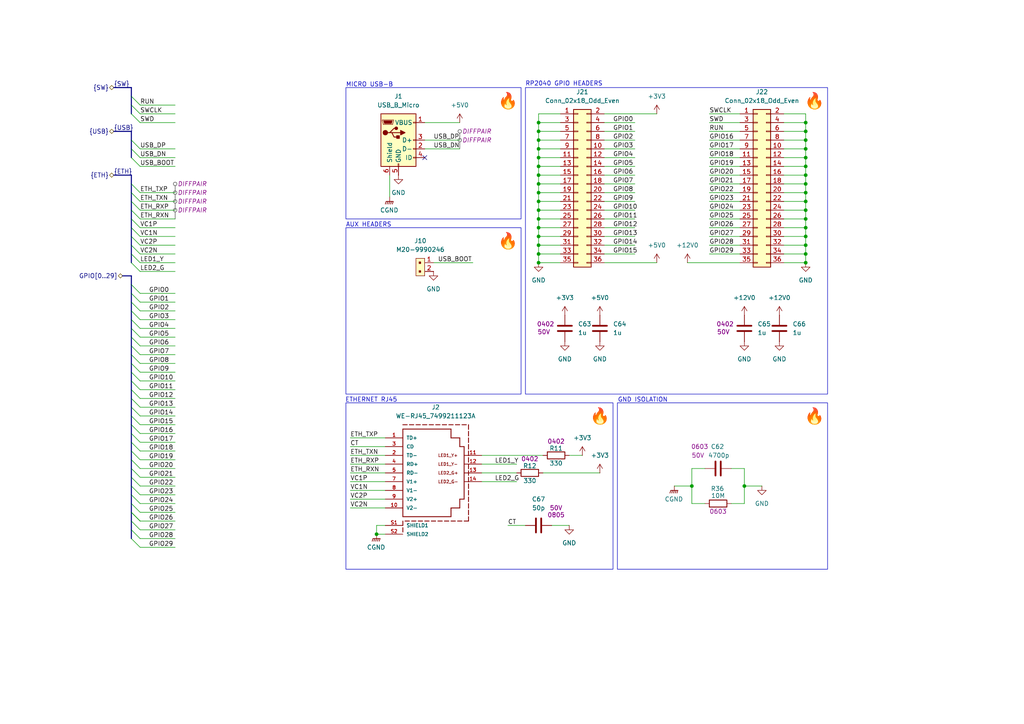
<source format=kicad_sch>
(kicad_sch (version 20231120) (generator "eeschema") (generator_version "8.0")
  (paper "A4")
  (lib_symbols
    (symbol "952-2262-nd:952-2262-ND" (pin_names (offset 1.016))
      (property "Reference" "U" (at -2.54 1.27 0))
      (property "Value" "952-2262-ND" (at 1.27 -3.81 0))
      (symbol "952-2262-ND_1_1"
        (rectangle (start -1.27 0) (end 3.81 -2.54) (fill (type background)))
        (rectangle (start -0.254 -1.143) (end 0.254 -1.651) (fill (type outline)))
        (rectangle (start 2.286 -1.143) (end 2.794 -1.651) (fill (type outline)))
        (pin passive line (at 0 2.54 270) (length 2.54) (name "~") (number "1"))
        (pin passive line (at 2.54 2.54 270) (length 2.54) (name "~") (number "2"))
      )
    )
    (symbol "Connector:USB_B_Micro" (pin_names (offset 1.016))
      (property "Reference" "J" (at -5.08 11.43 0))
      (property "Value" "USB_B_Micro" (at -5.08 8.89 0))
      (symbol "USB_B_Micro_0_1"
        (rectangle (start -5.08 -7.62) (end 5.08 7.62) (stroke (width 0.254)) (fill (type background)))
        (circle (center -3.81 2.159) (radius 0.635) (stroke (width 0.254)) (fill (type outline)))
        (circle (center -0.635 3.429) (radius 0.381) (stroke (width 0.254)) (fill (type outline)))
        (rectangle (start -0.127 -7.62) (end 0.127 -6.858))
        (polyline (pts (xy -1.905 2.159) (xy 0.635 2.159)) (stroke (width 0.254)))
        (polyline (pts (xy -3.175 2.159) (xy -2.54 2.159) (xy -1.27 3.429) (xy -0.635 3.429)) (stroke (width 0.254)))
        (polyline (pts (xy -2.54 2.159) (xy -1.905 2.159) (xy -1.27 0.889) (xy 0 0.889)) (stroke (width 0.254)))
        (polyline (pts (xy 0.635 2.794) (xy 0.635 1.524) (xy 1.905 2.159) (xy 0.635 2.794)) (stroke (width 0.254)) (fill (type outline)))
        (polyline (pts (xy -4.318 5.588) (xy -1.778 5.588) (xy -2.032 4.826) (xy -4.064 4.826) (xy -4.318 5.588)) (fill (type outline)))
        (polyline (pts (xy -4.699 5.842) (xy -4.699 5.588) (xy -4.445 4.826) (xy -4.445 4.572) (xy -1.651 4.572) (xy -1.651 4.826) (xy -1.397 5.588) (xy -1.397 5.842) (xy -4.699 5.842)))
        (rectangle (start 0.254 1.27) (end -0.508 0.508) (stroke (width 0.254)) (fill (type outline)))
        (rectangle (start 5.08 -5.207) (end 4.318 -4.953))
        (rectangle (start 5.08 -2.667) (end 4.318 -2.413))
        (rectangle (start 5.08 -0.127) (end 4.318 0.127))
        (rectangle (start 5.08 4.953) (end 4.318 5.207))
      )
      (symbol "USB_B_Micro_1_1"
        (pin power_out line (at 7.62 5.08 180) (length 2.54) (name "VBUS") (number "1"))
        (pin bidirectional line (at 7.62 -2.54 180) (length 2.54) (name "D-") (number "2"))
        (pin bidirectional line (at 7.62 0 180) (length 2.54) (name "D+") (number "3"))
        (pin passive line (at 7.62 -5.08 180) (length 2.54) (name "ID") (number "4"))
        (pin power_out line (at 0 -10.16 90) (length 2.54) (name "GND") (number "5"))
        (pin passive line (at -2.54 -10.16 90) (length 2.54) (name "Shield") (number "6"))
      )
    )
    (symbol "Connector_Generic:Conn_02x18_Odd_Even" (pin_names (offset 1.016) hide)
      (property "Reference" "J" (at 1.27 22.86 0))
      (property "Value" "Conn_02x18_Odd_Even" (at 1.27 -25.4 0))
      (symbol "Conn_02x18_Odd_Even_1_1"
        (rectangle (start -1.27 -22.733) (end 0 -22.987) (stroke (width 0.1524)))
        (rectangle (start -1.27 -20.193) (end 0 -20.447) (stroke (width 0.1524)))
        (rectangle (start -1.27 -17.653) (end 0 -17.907) (stroke (width 0.1524)))
        (rectangle (start -1.27 -15.113) (end 0 -15.367) (stroke (width 0.1524)))
        (rectangle (start -1.27 -12.573) (end 0 -12.827) (stroke (width 0.1524)))
        (rectangle (start -1.27 -10.033) (end 0 -10.287) (stroke (width 0.1524)))
        (rectangle (start -1.27 -7.493) (end 0 -7.747) (stroke (width 0.1524)))
        (rectangle (start -1.27 -4.953) (end 0 -5.207) (stroke (width 0.1524)))
        (rectangle (start -1.27 -2.413) (end 0 -2.667) (stroke (width 0.1524)))
        (rectangle (start -1.27 0.127) (end 0 -0.127) (stroke (width 0.1524)))
        (rectangle (start -1.27 2.667) (end 0 2.413) (stroke (width 0.1524)))
        (rectangle (start -1.27 5.207) (end 0 4.953) (stroke (width 0.1524)))
        (rectangle (start -1.27 7.747) (end 0 7.493) (stroke (width 0.1524)))
        (rectangle (start -1.27 10.287) (end 0 10.033) (stroke (width 0.1524)))
        (rectangle (start -1.27 12.827) (end 0 12.573) (stroke (width 0.1524)))
        (rectangle (start -1.27 15.367) (end 0 15.113) (stroke (width 0.1524)))
        (rectangle (start -1.27 17.907) (end 0 17.653) (stroke (width 0.1524)))
        (rectangle (start -1.27 20.447) (end 0 20.193) (stroke (width 0.1524)))
        (rectangle (start -1.27 21.59) (end 3.81 -24.13) (stroke (width 0.254)) (fill (type background)))
        (rectangle (start 3.81 -22.733) (end 2.54 -22.987) (stroke (width 0.1524)))
        (rectangle (start 3.81 -20.193) (end 2.54 -20.447) (stroke (width 0.1524)))
        (rectangle (start 3.81 -17.653) (end 2.54 -17.907) (stroke (width 0.1524)))
        (rectangle (start 3.81 -15.113) (end 2.54 -15.367) (stroke (width 0.1524)))
        (rectangle (start 3.81 -12.573) (end 2.54 -12.827) (stroke (width 0.1524)))
        (rectangle (start 3.81 -10.033) (end 2.54 -10.287) (stroke (width 0.1524)))
        (rectangle (start 3.81 -7.493) (end 2.54 -7.747) (stroke (width 0.1524)))
        (rectangle (start 3.81 -4.953) (end 2.54 -5.207) (stroke (width 0.1524)))
        (rectangle (start 3.81 -2.413) (end 2.54 -2.667) (stroke (width 0.1524)))
        (rectangle (start 3.81 0.127) (end 2.54 -0.127) (stroke (width 0.1524)))
        (rectangle (start 3.81 2.667) (end 2.54 2.413) (stroke (width 0.1524)))
        (rectangle (start 3.81 5.207) (end 2.54 4.953) (stroke (width 0.1524)))
        (rectangle (start 3.81 7.747) (end 2.54 7.493) (stroke (width 0.1524)))
        (rectangle (start 3.81 10.287) (end 2.54 10.033) (stroke (width 0.1524)))
        (rectangle (start 3.81 12.827) (end 2.54 12.573) (stroke (width 0.1524)))
        (rectangle (start 3.81 15.367) (end 2.54 15.113) (stroke (width 0.1524)))
        (rectangle (start 3.81 17.907) (end 2.54 17.653) (stroke (width 0.1524)))
        (rectangle (start 3.81 20.447) (end 2.54 20.193) (stroke (width 0.1524)))
        (pin passive line (at -5.08 20.32 0) (length 3.81) (name "Pin_1") (number "1"))
        (pin passive line (at 7.62 10.16 180) (length 3.81) (name "Pin_10") (number "10"))
        (pin passive line (at -5.08 7.62 0) (length 3.81) (name "Pin_11") (number "11"))
        (pin passive line (at 7.62 7.62 180) (length 3.81) (name "Pin_12") (number "12"))
        (pin passive line (at -5.08 5.08 0) (length 3.81) (name "Pin_13") (number "13"))
        (pin passive line (at 7.62 5.08 180) (length 3.81) (name "Pin_14") (number "14"))
        (pin passive line (at -5.08 2.54 0) (length 3.81) (name "Pin_15") (number "15"))
        (pin passive line (at 7.62 2.54 180) (length 3.81) (name "Pin_16") (number "16"))
        (pin passive line (at -5.08 0 0) (length 3.81) (name "Pin_17") (number "17"))
        (pin passive line (at 7.62 0 180) (length 3.81) (name "Pin_18") (number "18"))
        (pin passive line (at -5.08 -2.54 0) (length 3.81) (name "Pin_19") (number "19"))
        (pin passive line (at 7.62 20.32 180) (length 3.81) (name "Pin_2") (number "2"))
        (pin passive line (at 7.62 -2.54 180) (length 3.81) (name "Pin_20") (number "20"))
        (pin passive line (at -5.08 -5.08 0) (length 3.81) (name "Pin_21") (number "21"))
        (pin passive line (at 7.62 -5.08 180) (length 3.81) (name "Pin_22") (number "22"))
        (pin passive line (at -5.08 -7.62 0) (length 3.81) (name "Pin_23") (number "23"))
        (pin passive line (at 7.62 -7.62 180) (length 3.81) (name "Pin_24") (number "24"))
        (pin passive line (at -5.08 -10.16 0) (length 3.81) (name "Pin_25") (number "25"))
        (pin passive line (at 7.62 -10.16 180) (length 3.81) (name "Pin_26") (number "26"))
        (pin passive line (at -5.08 -12.7 0) (length 3.81) (name "Pin_27") (number "27"))
        (pin passive line (at 7.62 -12.7 180) (length 3.81) (name "Pin_28") (number "28"))
        (pin passive line (at -5.08 -15.24 0) (length 3.81) (name "Pin_29") (number "29"))
        (pin passive line (at -5.08 17.78 0) (length 3.81) (name "Pin_3") (number "3"))
        (pin passive line (at 7.62 -15.24 180) (length 3.81) (name "Pin_30") (number "30"))
        (pin passive line (at -5.08 -17.78 0) (length 3.81) (name "Pin_31") (number "31"))
        (pin passive line (at 7.62 -17.78 180) (length 3.81) (name "Pin_32") (number "32"))
        (pin passive line (at -5.08 -20.32 0) (length 3.81) (name "Pin_33") (number "33"))
        (pin passive line (at 7.62 -20.32 180) (length 3.81) (name "Pin_34") (number "34"))
        (pin passive line (at -5.08 -22.86 0) (length 3.81) (name "Pin_35") (number "35"))
        (pin passive line (at 7.62 -22.86 180) (length 3.81) (name "Pin_36") (number "36"))
        (pin passive line (at 7.62 17.78 180) (length 3.81) (name "Pin_4") (number "4"))
        (pin passive line (at -5.08 15.24 0) (length 3.81) (name "Pin_5") (number "5"))
        (pin passive line (at 7.62 15.24 180) (length 3.81) (name "Pin_6") (number "6"))
        (pin passive line (at -5.08 12.7 0) (length 3.81) (name "Pin_7") (number "7"))
        (pin passive line (at 7.62 12.7 180) (length 3.81) (name "Pin_8") (number "8"))
        (pin passive line (at -5.08 10.16 0) (length 3.81) (name "Pin_9") (number "9"))
      )
    )
    (symbol "Device:C" (pin_numbers hide) (pin_names (offset 0.254))
      (property "Reference" "C" (at 0.635 2.54 0))
      (property "Value" "C" (at 0.635 -2.54 0))
      (symbol "C_0_1"
        (polyline (pts (xy -2.032 -0.762) (xy 2.032 -0.762)) (stroke (width 0.508)))
        (polyline (pts (xy -2.032 0.762) (xy 2.032 0.762)) (stroke (width 0.508)))
      )
      (symbol "C_1_1"
        (pin passive line (at 0 3.81 270) (length 2.794) (name "~") (number "1"))
        (pin passive line (at 0 -3.81 90) (length 2.794) (name "~") (number "2"))
      )
    )
    (symbol "Device:R" (pin_numbers hide) (pin_names (offset 0))
      (property "Reference" "R" (at 2.032 0 90))
      (property "Value" "R" (at 0 0 90))
      (symbol "R_0_1"
        (rectangle (start -1.016 -2.54) (end 1.016 2.54) (stroke (width 0.254)))
      )
      (symbol "R_1_1"
        (pin passive line (at 0 3.81 270) (length 1.27) (name "~") (number "1"))
        (pin passive line (at 0 -3.81 90) (length 1.27) (name "~") (number "2"))
      )
    )
    (symbol "WE-RJ45_7499211123A:WE-RJ45_7499211123A" (pin_names (offset 1.016))
      (property "Reference" "T" (at 0 15.24 0))
      (symbol "WE-RJ45_7499211123A_0_0"
        (polyline (pts (xy -7.62 -17.78) (xy -7.62 -17.78)) (stroke (width 0.254)))
        (polyline (pts (xy -7.62 -15.875) (xy -7.62 -17.145)) (stroke (width 0.254)))
        (polyline (pts (xy -7.62 -13.97) (xy -7.62 -15.24)) (stroke (width 0.254)))
        (polyline (pts (xy -7.62 -13.97) (xy -7.62 -13.97)) (stroke (width 0.254)))
        (polyline (pts (xy -7.62 -12.7) (xy -7.62 12.7)) (stroke (width 0.254)))
        (polyline (pts (xy -7.62 12.7) (xy 6.35 12.7)) (stroke (width 0.254)))
        (polyline (pts (xy -7.62 13.97) (xy -6.35 13.97)) (stroke (width 0.254)))
        (polyline (pts (xy -5.715 -13.97) (xy -6.985 -13.97)) (stroke (width 0.254)))
        (polyline (pts (xy -5.715 13.97) (xy -4.445 13.97)) (stroke (width 0.254)))
        (polyline (pts (xy -3.81 -13.97) (xy -5.08 -13.97)) (stroke (width 0.254)))
        (polyline (pts (xy -3.81 13.97) (xy -2.54 13.97)) (stroke (width 0.254)))
        (polyline (pts (xy -1.905 -13.97) (xy -3.175 -13.97)) (stroke (width 0.254)))
        (polyline (pts (xy -1.905 13.97) (xy -0.635 13.97)) (stroke (width 0.254)))
        (polyline (pts (xy 0 -13.97) (xy -1.27 -13.97)) (stroke (width 0.254)))
        (polyline (pts (xy 0 13.97) (xy 1.27 13.97)) (stroke (width 0.254)))
        (polyline (pts (xy 1.905 -13.97) (xy 0.635 -13.97)) (stroke (width 0.254)))
        (polyline (pts (xy 1.905 13.97) (xy 3.175 13.97)) (stroke (width 0.254)))
        (polyline (pts (xy 3.81 -13.97) (xy 2.54 -13.97)) (stroke (width 0.254)))
        (polyline (pts (xy 3.81 13.97) (xy 5.08 13.97)) (stroke (width 0.254)))
        (polyline (pts (xy 5.715 -13.97) (xy 4.445 -13.97)) (stroke (width 0.254)))
        (polyline (pts (xy 5.715 13.97) (xy 6.985 13.97)) (stroke (width 0.254)))
        (polyline (pts (xy 6.35 -12.7) (xy -7.62 -12.7)) (stroke (width 0.254)))
        (polyline (pts (xy 6.35 -12.7) (xy 6.35 -10.16)) (stroke (width 0.254)))
        (polyline (pts (xy 6.35 -10.16) (xy 8.89 -10.16)) (stroke (width 0.254)))
        (polyline (pts (xy 6.35 10.16) (xy 8.89 10.16)) (stroke (width 0.254)))
        (polyline (pts (xy 6.35 12.7) (xy 6.35 10.16)) (stroke (width 0.254)))
        (polyline (pts (xy 7.62 -13.97) (xy 6.35 -13.97)) (stroke (width 0.254)))
        (polyline (pts (xy 7.62 13.97) (xy 8.89 13.97)) (stroke (width 0.254)))
        (polyline (pts (xy 8.89 -10.16) (xy 8.89 -7.62)) (stroke (width 0.254)))
        (polyline (pts (xy 8.89 -7.62) (xy 10.16 -7.62)) (stroke (width 0.254)))
        (polyline (pts (xy 8.89 7.62) (xy 10.16 7.62)) (stroke (width 0.254)))
        (polyline (pts (xy 8.89 10.16) (xy 8.89 7.62)) (stroke (width 0.254)))
        (polyline (pts (xy 9.525 -13.97) (xy 8.255 -13.97)) (stroke (width 0.254)))
        (polyline (pts (xy 9.525 13.97) (xy 10.795 13.97)) (stroke (width 0.254)))
        (polyline (pts (xy 10.16 7.62) (xy 10.16 -7.62)) (stroke (width 0.254)))
        (polyline (pts (xy 11.43 -13.97) (xy 10.16 -13.97)) (stroke (width 0.254)))
        (polyline (pts (xy 11.43 -12.7) (xy 11.43 -13.97)) (stroke (width 0.254)))
        (polyline (pts (xy 11.43 -10.795) (xy 11.43 -12.1557)) (stroke (width 0.254)))
        (polyline (pts (xy 11.43 -8.89) (xy 11.43 -10.2507)) (stroke (width 0.254)))
        (polyline (pts (xy 11.43 -6.985) (xy 11.43 -8.3457)) (stroke (width 0.254)))
        (polyline (pts (xy 11.43 -5.08) (xy 11.43 -6.4407)) (stroke (width 0.254)))
        (polyline (pts (xy 11.43 -3.175) (xy 11.43 -4.5357)) (stroke (width 0.254)))
        (polyline (pts (xy 11.43 -1.27) (xy 11.43 -2.6307)) (stroke (width 0.254)))
        (polyline (pts (xy 11.43 0.635) (xy 11.43 -0.7257)) (stroke (width 0.254)))
        (polyline (pts (xy 11.43 2.54) (xy 11.43 1.1793)) (stroke (width 0.254)))
        (polyline (pts (xy 11.43 4.445) (xy 11.43 3.0843)) (stroke (width 0.254)))
        (polyline (pts (xy 11.43 6.35) (xy 11.43 4.9893)) (stroke (width 0.254)))
        (polyline (pts (xy 11.43 8.255) (xy 11.43 6.8943)) (stroke (width 0.254)))
        (polyline (pts (xy 11.43 10.16) (xy 11.43 8.7993)) (stroke (width 0.254)))
        (polyline (pts (xy 11.43 12.065) (xy 11.43 10.7043)) (stroke (width 0.254)))
        (polyline (pts (xy 11.43 13.97) (xy 11.43 12.6093)) (stroke (width 0.254)))
        (polyline (pts (xy 11.43 13.97) (xy 11.43 13.97)) (stroke (width 0.254)))
        (text "LED1_Y+" (at 2.54 5.08 0) (effects (font (size 0.8636 0.8636)) (justify left)))
        (text "LED1_Y-" (at 2.54 2.54 0) (effects (font (size 0.8636 0.8636)) (justify left)))
        (text "LED2_G+" (at 2.54 0 0) (effects (font (size 0.8636 0.8636)) (justify left)))
        (text "LED2_G-" (at 2.54 -2.54 0) (effects (font (size 0.8636 0.8636)) (justify left)))
        (pin passive line (at -12.7 10.16 0) (length 5.08) (name "TD+") (number "1"))
        (pin passive line (at -12.7 -10.16 0) (length 5.08) (name "V2-") (number "10"))
        (pin passive line (at 15.24 5.08 180) (length 5.08) (name "~") (number "11"))
        (pin passive line (at 15.24 2.54 180) (length 5.08) (name "~") (number "12"))
        (pin passive line (at 15.24 0 180) (length 5.08) (name "~") (number "13"))
        (pin passive line (at 15.24 -2.54 180) (length 5.08) (name "~") (number "14"))
        (pin passive line (at -12.7 5.08 0) (length 5.08) (name "TD-") (number "2"))
        (pin passive line (at -12.7 7.62 0) (length 5.08) (name "CD") (number "3"))
        (pin passive line (at -12.7 2.54 0) (length 5.08) (name "RD+") (number "4"))
        (pin passive line (at -12.7 0 0) (length 5.08) (name "RD-") (number "5"))
        (pin passive line (at -12.7 -2.54 0) (length 5.08) (name "V1+") (number "7"))
        (pin passive line (at -12.7 -5.08 0) (length 5.08) (name "V1-") (number "8"))
        (pin passive line (at -12.7 -7.62 0) (length 5.08) (name "V2+") (number "9"))
        (pin passive line (at -12.7 -15.24 0) (length 5.08) (name "SHIELD1") (number "S1"))
        (pin passive line (at -12.7 -17.78 0) (length 5.08) (name "SHIELD2") (number "S2"))
      )
    )
    (symbol "power:+12V" (power) (pin_numbers hide) (pin_names (offset 0) hide)
      (property "Value" "+12V" (at 0 3.556 0))
      (symbol "+12V_0_1"
        (polyline (pts (xy -0.762 1.27) (xy 0 2.54)))
        (polyline (pts (xy 0 0) (xy 0 2.54)))
        (polyline (pts (xy 0 2.54) (xy 0.762 1.27)))
      )
      (symbol "+12V_1_1"
        (pin power_in line (at 0 0 90) (length 0) (name "~") (number "1"))
      )
    )
    (symbol "power:+3.3V" (power) (pin_numbers hide) (pin_names (offset 0) hide)
      (property "Value" "+3.3V" (at 0 3.556 0))
      (symbol "+3.3V_0_1"
        (polyline (pts (xy -0.762 1.27) (xy 0 2.54)))
        (polyline (pts (xy 0 0) (xy 0 2.54)))
        (polyline (pts (xy 0 2.54) (xy 0.762 1.27)))
      )
      (symbol "+3.3V_1_1"
        (pin power_in line (at 0 0 90) (length 0) (name "~") (number "1"))
      )
    )
    (symbol "power:+5V" (power) (pin_numbers hide) (pin_names (offset 0) hide)
      (property "Value" "+5V" (at 0 3.556 0))
      (symbol "+5V_0_1"
        (polyline (pts (xy -0.762 1.27) (xy 0 2.54)))
        (polyline (pts (xy 0 0) (xy 0 2.54)))
        (polyline (pts (xy 0 2.54) (xy 0.762 1.27)))
      )
      (symbol "+5V_1_1"
        (pin power_in line (at 0 0 90) (length 0) (name "~") (number "1"))
      )
    )
    (symbol "power:GND" (power) (pin_numbers hide) (pin_names (offset 0) hide)
      (property "Value" "GND" (at 0 -3.81 0))
      (symbol "GND_0_1"
        (polyline (pts (xy 0 0) (xy 0 -1.27) (xy 1.27 -1.27) (xy 0 -2.54) (xy -1.27 -1.27) (xy 0 -1.27)))
      )
      (symbol "GND_1_1"
        (pin power_in line (at 0 0 270) (length 0) (name "~") (number "1"))
      )
    )
    (symbol "power:GNDPWR" (power) (pin_numbers hide) (pin_names (offset 0) hide)
      (property "Value" "GNDPWR" (at 0 -3.302 0))
      (symbol "GNDPWR_0_1"
        (polyline (pts (xy 0 -1.27) (xy 0 0)))
        (polyline (pts (xy -1.016 -1.27) (xy -1.27 -2.032) (xy -1.27 -2.032)) (stroke (width 0.2032)))
        (polyline (pts (xy -0.508 -1.27) (xy -0.762 -2.032) (xy -0.762 -2.032)) (stroke (width 0.2032)))
        (polyline (pts (xy 0 -1.27) (xy -0.254 -2.032) (xy -0.254 -2.032)) (stroke (width 0.2032)))
        (polyline (pts (xy 0.508 -1.27) (xy 0.254 -2.032) (xy 0.254 -2.032)) (stroke (width 0.2032)))
        (polyline (pts (xy 1.016 -1.27) (xy -1.016 -1.27) (xy -1.016 -1.27)) (stroke (width 0.2032)))
        (polyline (pts (xy 1.016 -1.27) (xy 0.762 -2.032) (xy 0.762 -2.032) (xy 0.762 -2.032)) (stroke (width 0.2032)))
      )
      (symbol "GNDPWR_1_1"
        (pin power_in line (at 0 0 270) (length 0) (name "~") (number "1"))
      )
    )
  )
  (junction (at 215.9 140.97))
  (junction (at 233.68 58.42))
  (junction (at 156.21 48.26))
  (junction (at 200.66 140.97))
  (junction (at 109.22 154.94))
  (junction (at 233.68 38.1))
  (junction (at 233.68 53.34))
  (junction (at 233.68 73.66))
  (junction (at 156.21 68.58))
  (junction (at 156.21 58.42))
  (junction (at 233.68 60.96))
  (junction (at 156.21 35.56))
  (junction (at 156.21 40.64))
  (junction (at 233.68 43.18))
  (junction (at 156.21 73.66))
  (junction (at 233.68 76.2))
  (junction (at 156.21 45.72))
  (junction (at 233.68 66.04))
  (junction (at 233.68 63.5))
  (junction (at 156.21 63.5))
  (junction (at 233.68 45.72))
  (junction (at 156.21 71.12))
  (junction (at 156.21 43.18))
  (junction (at 233.68 68.58))
  (junction (at 156.21 50.8))
  (junction (at 233.68 55.88))
  (junction (at 233.68 35.56))
  (junction (at 156.21 55.88))
  (junction (at 233.68 40.64))
  (junction (at 156.21 60.96))
  (junction (at 233.68 50.8))
  (junction (at 156.21 38.1))
  (junction (at 233.68 48.26))
  (junction (at 156.21 76.2))
  (junction (at 156.21 53.34))
  (junction (at 156.21 66.04))
  (junction (at 233.68 71.12))
  (no_connect (at 123.19 45.72))
  (bus_entry (at 38.1 113.03) (size 2.54 2.54))
  (bus_entry (at 38.1 110.49) (size 2.54 2.54))
  (bus_entry (at 38.1 100.33) (size 2.54 2.54))
  (bus_entry (at 38.1 73.66) (size 2.54 2.54))
  (bus_entry (at 38.1 90.17) (size 2.54 2.54))
  (bus_entry (at 38.1 148.59) (size 2.54 2.54))
  (bus_entry (at 38.1 76.2) (size 2.54 2.54))
  (bus_entry (at 38.1 151.13) (size 2.54 2.54))
  (bus_entry (at 38.1 146.05) (size 2.54 2.54))
  (bus_entry (at 38.1 148.59) (size 2.54 2.54))
  (bus_entry (at 38.1 107.95) (size 2.54 2.54))
  (bus_entry (at 38.1 92.71) (size 2.54 2.54))
  (bus_entry (at 38.1 27.94) (size 2.54 2.54))
  (bus_entry (at 38.1 58.42) (size 2.54 2.54))
  (bus_entry (at 38.1 115.57) (size 2.54 2.54))
  (bus_entry (at 38.1 97.79) (size 2.54 2.54))
  (bus_entry (at 38.1 68.58) (size 2.54 2.54))
  (bus_entry (at 38.1 53.34) (size 2.54 2.54))
  (bus_entry (at 38.1 40.64) (size 2.54 2.54))
  (bus_entry (at 38.1 130.81) (size 2.54 2.54))
  (bus_entry (at 38.1 102.87) (size 2.54 2.54))
  (bus_entry (at 38.1 71.12) (size 2.54 2.54))
  (bus_entry (at 38.1 55.88) (size 2.54 2.54))
  (bus_entry (at 38.1 123.19) (size 2.54 2.54))
  (bus_entry (at 38.1 128.27) (size 2.54 2.54))
  (bus_entry (at 38.1 120.65) (size 2.54 2.54))
  (bus_entry (at 38.1 138.43) (size 2.54 2.54))
  (bus_entry (at 38.1 133.35) (size 2.54 2.54))
  (bus_entry (at 38.1 95.25) (size 2.54 2.54))
  (bus_entry (at 38.1 45.72) (size 2.54 2.54))
  (bus_entry (at 38.1 60.96) (size 2.54 2.54))
  (bus_entry (at 38.1 66.04) (size 2.54 2.54))
  (bus_entry (at 38.1 140.97) (size 2.54 2.54))
  (bus_entry (at 38.1 118.11) (size 2.54 2.54))
  (bus_entry (at 38.1 33.02) (size 2.54 2.54))
  (bus_entry (at 38.1 125.73) (size 2.54 2.54))
  (bus_entry (at 38.1 30.48) (size 2.54 2.54))
  (bus_entry (at 38.1 156.21) (size 2.54 2.54))
  (bus_entry (at 38.1 87.63) (size 2.54 2.54))
  (bus_entry (at 38.1 143.51) (size 2.54 2.54))
  (bus_entry (at 38.1 63.5) (size 2.54 2.54))
  (bus_entry (at 38.1 135.89) (size 2.54 2.54))
  (bus_entry (at 38.1 153.67) (size 2.54 2.54))
  (bus_entry (at 38.1 43.18) (size 2.54 2.54))
  (bus_entry (at 38.1 85.09) (size 2.54 2.54))
  (bus_entry (at 38.1 82.55) (size 2.54 2.54))
  (bus_entry (at 38.1 105.41) (size 2.54 2.54))
  (wire (pts (xy 101.6 137.16) (xy 111.76 137.16)))
  (wire (pts (xy 101.6 132.08) (xy 111.76 132.08)))
  (wire (pts (xy 233.68 58.42) (xy 233.68 55.88)))
  (wire (pts (xy 40.64 95.25) (xy 50.8 95.25)))
  (bus (pts (xy 38.1 146.05) (xy 38.1 148.59)))
  (wire (pts (xy 40.64 100.33) (xy 50.8 100.33)))
  (wire (pts (xy 123.19 43.18) (xy 133.35 43.18)))
  (wire (pts (xy 162.56 43.18) (xy 156.21 43.18)))
  (wire (pts (xy 175.26 55.88) (xy 184.15 55.88)))
  (wire (pts (xy 156.21 33.02) (xy 162.56 33.02)))
  (wire (pts (xy 200.66 135.89) (xy 200.66 140.97)))
  (wire (pts (xy 233.68 71.12) (xy 233.68 68.58)))
  (wire (pts (xy 40.64 135.89) (xy 50.8 135.89)))
  (wire (pts (xy 214.63 45.72) (xy 205.74 45.72)))
  (wire (pts (xy 40.64 73.66) (xy 50.8 73.66)))
  (wire (pts (xy 200.66 140.97) (xy 200.66 146.05)))
  (wire (pts (xy 175.26 50.8) (xy 184.15 50.8)))
  (wire (pts (xy 162.56 76.2) (xy 156.21 76.2)))
  (bus (pts (xy 38.1 95.25) (xy 38.1 97.79)))
  (bus (pts (xy 38.1 130.81) (xy 38.1 133.35)))
  (wire (pts (xy 175.26 38.1) (xy 184.15 38.1)))
  (wire (pts (xy 233.68 43.18) (xy 233.68 40.64)))
  (wire (pts (xy 204.47 135.89) (xy 200.66 135.89)))
  (wire (pts (xy 139.7 134.62) (xy 149.86 134.62)))
  (wire (pts (xy 40.64 140.97) (xy 50.8 140.97)))
  (wire (pts (xy 156.21 45.72) (xy 156.21 43.18)))
  (bus (pts (xy 38.1 92.71) (xy 38.1 95.25)))
  (wire (pts (xy 40.64 35.56) (xy 50.8 35.56)))
  (bus (pts (xy 38.1 110.49) (xy 38.1 113.03)))
  (wire (pts (xy 111.76 152.4) (xy 109.22 152.4)))
  (wire (pts (xy 233.68 73.66) (xy 233.68 71.12)))
  (wire (pts (xy 40.64 58.42) (xy 50.8 58.42)))
  (wire (pts (xy 215.9 135.89) (xy 212.09 135.89)))
  (bus (pts (xy 38.1 66.04) (xy 38.1 68.58)))
  (bus (pts (xy 38.1 148.59) (xy 38.1 151.13)))
  (wire (pts (xy 233.68 48.26) (xy 227.33 48.26)))
  (wire (pts (xy 233.68 55.88) (xy 233.68 53.34)))
  (wire (pts (xy 205.74 73.66) (xy 214.63 73.66)))
  (wire (pts (xy 214.63 48.26) (xy 205.74 48.26)))
  (wire (pts (xy 152.4 152.4) (xy 147.32 152.4)))
  (wire (pts (xy 162.56 73.66) (xy 156.21 73.66)))
  (wire (pts (xy 40.64 45.72) (xy 50.8 45.72)))
  (wire (pts (xy 40.64 76.2) (xy 50.8 76.2)))
  (wire (pts (xy 214.63 66.04) (xy 205.74 66.04)))
  (bus (pts (xy 38.1 153.67) (xy 38.1 156.21)))
  (wire (pts (xy 227.33 58.42) (xy 233.68 58.42)))
  (bus (pts (xy 38.1 25.4) (xy 38.1 27.94)))
  (wire (pts (xy 227.33 73.66) (xy 233.68 73.66)))
  (wire (pts (xy 214.63 63.5) (xy 205.74 63.5)))
  (wire (pts (xy 109.22 154.94) (xy 111.76 154.94)))
  (wire (pts (xy 214.63 40.64) (xy 205.74 40.64)))
  (bus (pts (xy 38.1 105.41) (xy 38.1 107.95)))
  (wire (pts (xy 40.64 55.88) (xy 50.8 55.88)))
  (bus (pts (xy 38.1 151.13) (xy 38.1 153.67)))
  (wire (pts (xy 227.33 43.18) (xy 233.68 43.18)))
  (wire (pts (xy 40.64 158.75) (xy 50.8 158.75)))
  (bus (pts (xy 38.1 128.27) (xy 38.1 130.81)))
  (wire (pts (xy 156.21 48.26) (xy 156.21 45.72)))
  (wire (pts (xy 101.6 129.54) (xy 111.76 129.54)))
  (wire (pts (xy 156.21 58.42) (xy 156.21 55.88)))
  (wire (pts (xy 156.21 63.5) (xy 156.21 60.96)))
  (wire (pts (xy 40.64 97.79) (xy 50.8 97.79)))
  (wire (pts (xy 233.68 35.56) (xy 233.68 33.02)))
  (wire (pts (xy 101.6 139.7) (xy 111.76 139.7)))
  (bus (pts (xy 33.02 50.8) (xy 38.1 50.8)))
  (wire (pts (xy 40.64 87.63) (xy 50.8 87.63)))
  (wire (pts (xy 233.68 40.64) (xy 233.68 38.1)))
  (wire (pts (xy 156.21 48.26) (xy 162.56 48.26)))
  (wire (pts (xy 40.64 125.73) (xy 50.8 125.73)))
  (wire (pts (xy 40.64 148.59) (xy 50.8 148.59)))
  (wire (pts (xy 40.64 105.41) (xy 50.8 105.41)))
  (bus (pts (xy 38.1 73.66) (xy 38.1 76.2)))
  (wire (pts (xy 139.7 132.08) (xy 157.48 132.08)))
  (bus (pts (xy 38.1 87.63) (xy 38.1 90.17)))
  (wire (pts (xy 40.64 85.09) (xy 50.8 85.09)))
  (wire (pts (xy 162.56 71.12) (xy 156.21 71.12)))
  (bus (pts (xy 38.1 82.55) (xy 38.1 85.09)))
  (bus (pts (xy 33.02 25.4) (xy 38.1 25.4)))
  (wire (pts (xy 233.68 38.1) (xy 233.68 35.56)))
  (wire (pts (xy 175.26 60.96) (xy 184.15 60.96)))
  (wire (pts (xy 160.02 152.4) (xy 165.1 152.4)))
  (wire (pts (xy 40.64 123.19) (xy 50.8 123.19)))
  (wire (pts (xy 162.56 58.42) (xy 156.21 58.42)))
  (bus (pts (xy 38.1 113.03) (xy 38.1 115.57)))
  (wire (pts (xy 40.64 151.13) (xy 50.8 151.13)))
  (bus (pts (xy 38.1 115.57) (xy 38.1 118.11)))
  (wire (pts (xy 227.33 40.64) (xy 233.68 40.64)))
  (bus (pts (xy 38.1 43.18) (xy 38.1 45.72)))
  (wire (pts (xy 214.63 60.96) (xy 205.74 60.96)))
  (wire (pts (xy 227.33 45.72) (xy 233.68 45.72)))
  (wire (pts (xy 162.56 40.64) (xy 156.21 40.64)))
  (wire (pts (xy 40.64 33.02) (xy 50.8 33.02)))
  (wire (pts (xy 156.21 60.96) (xy 156.21 58.42)))
  (wire (pts (xy 233.68 48.26) (xy 233.68 45.72)))
  (wire (pts (xy 233.68 33.02) (xy 227.33 33.02)))
  (wire (pts (xy 175.26 73.66) (xy 184.15 73.66)))
  (wire (pts (xy 40.64 118.11) (xy 50.8 118.11)))
  (wire (pts (xy 227.33 35.56) (xy 233.68 35.56)))
  (wire (pts (xy 214.63 33.02) (xy 205.74 33.02)))
  (wire (pts (xy 40.64 78.74) (xy 50.8 78.74)))
  (bus (pts (xy 38.1 143.51) (xy 38.1 146.05)))
  (wire (pts (xy 40.64 143.51) (xy 50.8 143.51)))
  (wire (pts (xy 199.39 76.2) (xy 214.63 76.2)))
  (wire (pts (xy 214.63 53.34) (xy 205.74 53.34)))
  (wire (pts (xy 156.21 63.5) (xy 162.56 63.5)))
  (wire (pts (xy 40.64 43.18) (xy 50.8 43.18)))
  (wire (pts (xy 214.63 38.1) (xy 205.74 38.1)))
  (wire (pts (xy 156.21 43.18) (xy 156.21 40.64)))
  (bus (pts (xy 38.1 27.94) (xy 38.1 30.48)))
  (wire (pts (xy 162.56 55.88) (xy 156.21 55.88)))
  (wire (pts (xy 109.22 152.4) (xy 109.22 154.94)))
  (bus (pts (xy 38.1 58.42) (xy 38.1 60.96)))
  (wire (pts (xy 175.26 58.42) (xy 184.15 58.42)))
  (wire (pts (xy 139.7 139.7) (xy 149.86 139.7)))
  (wire (pts (xy 101.6 127) (xy 111.76 127)))
  (wire (pts (xy 156.21 76.2) (xy 156.21 73.66)))
  (wire (pts (xy 212.09 146.05) (xy 215.9 146.05)))
  (wire (pts (xy 175.26 48.26) (xy 184.15 48.26)))
  (wire (pts (xy 214.63 58.42) (xy 205.74 58.42)))
  (bus (pts (xy 38.1 68.58) (xy 38.1 71.12)))
  (wire (pts (xy 101.6 134.62) (xy 111.76 134.62)))
  (wire (pts (xy 175.26 43.18) (xy 184.15 43.18)))
  (wire (pts (xy 175.26 35.56) (xy 184.15 35.56)))
  (wire (pts (xy 214.63 35.56) (xy 205.74 35.56)))
  (wire (pts (xy 205.74 68.58) (xy 214.63 68.58)))
  (wire (pts (xy 233.68 76.2) (xy 233.68 73.66)))
  (wire (pts (xy 156.21 40.64) (xy 156.21 38.1)))
  (wire (pts (xy 175.26 45.72) (xy 184.15 45.72)))
  (wire (pts (xy 233.68 45.72) (xy 233.68 43.18)))
  (wire (pts (xy 101.6 144.78) (xy 111.76 144.78)))
  (wire (pts (xy 214.63 43.18) (xy 205.74 43.18)))
  (wire (pts (xy 40.64 92.71) (xy 50.8 92.71)))
  (bus (pts (xy 38.1 53.34) (xy 38.1 55.88)))
  (wire (pts (xy 214.63 55.88) (xy 205.74 55.88)))
  (wire (pts (xy 156.21 73.66) (xy 156.21 71.12)))
  (wire (pts (xy 175.26 76.2) (xy 190.5 76.2)))
  (bus (pts (xy 38.1 120.65) (xy 38.1 123.19)))
  (wire (pts (xy 227.33 53.34) (xy 233.68 53.34)))
  (bus (pts (xy 38.1 71.12) (xy 38.1 73.66)))
  (wire (pts (xy 40.64 130.81) (xy 50.8 130.81)))
  (wire (pts (xy 40.64 30.48) (xy 50.8 30.48)))
  (wire (pts (xy 40.64 128.27) (xy 50.8 128.27)))
  (bus (pts (xy 38.1 118.11) (xy 38.1 120.65)))
  (wire (pts (xy 156.21 68.58) (xy 156.21 66.04)))
  (wire (pts (xy 157.48 137.16) (xy 173.99 137.16)))
  (bus (pts (xy 38.1 63.5) (xy 38.1 66.04)))
  (wire (pts (xy 215.9 146.05) (xy 215.9 140.97)))
  (wire (pts (xy 101.6 142.24) (xy 111.76 142.24)))
  (wire (pts (xy 101.6 147.32) (xy 111.76 147.32)))
  (wire (pts (xy 123.19 40.64) (xy 133.35 40.64)))
  (wire (pts (xy 162.56 38.1) (xy 156.21 38.1)))
  (wire (pts (xy 233.68 50.8) (xy 233.68 48.26)))
  (wire (pts (xy 227.33 71.12) (xy 233.68 71.12)))
  (wire (pts (xy 123.19 35.56) (xy 133.35 35.56)))
  (wire (pts (xy 40.64 63.5) (xy 50.8 63.5)))
  (wire (pts (xy 40.64 110.49) (xy 50.8 110.49)))
  (wire (pts (xy 165.1 132.08) (xy 168.91 132.08)))
  (wire (pts (xy 40.64 120.65) (xy 50.8 120.65)))
  (bus (pts (xy 38.1 140.97) (xy 38.1 143.51)))
  (wire (pts (xy 214.63 50.8) (xy 205.74 50.8)))
  (wire (pts (xy 175.26 71.12) (xy 184.15 71.12)))
  (wire (pts (xy 162.56 53.34) (xy 156.21 53.34)))
  (wire (pts (xy 227.33 55.88) (xy 233.68 55.88)))
  (wire (pts (xy 113.03 50.8) (xy 113.03 57.15)))
  (bus (pts (xy 38.1 38.1) (xy 38.1 40.64)))
  (wire (pts (xy 40.64 60.96) (xy 50.8 60.96)))
  (wire (pts (xy 156.21 53.34) (xy 156.21 50.8)))
  (wire (pts (xy 175.26 33.02) (xy 190.5 33.02)))
  (wire (pts (xy 162.56 66.04) (xy 156.21 66.04)))
  (bus (pts (xy 38.1 125.73) (xy 38.1 128.27)))
  (wire (pts (xy 40.64 153.67) (xy 50.8 153.67)))
  (wire (pts (xy 233.68 63.5) (xy 227.33 63.5)))
  (wire (pts (xy 162.56 35.56) (xy 156.21 35.56)))
  (wire (pts (xy 40.64 107.95) (xy 50.8 107.95)))
  (wire (pts (xy 233.68 53.34) (xy 233.68 50.8)))
  (bus (pts (xy 38.1 107.95) (xy 38.1 110.49)))
  (bus (pts (xy 38.1 123.19) (xy 38.1 125.73)))
  (wire (pts (xy 156.21 66.04) (xy 156.21 63.5)))
  (wire (pts (xy 162.56 68.58) (xy 156.21 68.58)))
  (wire (pts (xy 40.64 113.03) (xy 50.8 113.03)))
  (wire (pts (xy 175.26 66.04) (xy 184.15 66.04)))
  (bus (pts (xy 38.1 138.43) (xy 38.1 140.97)))
  (bus (pts (xy 38.1 50.8) (xy 38.1 53.34)))
  (bus (pts (xy 38.1 40.64) (xy 38.1 43.18)))
  (wire (pts (xy 233.68 68.58) (xy 233.68 66.04)))
  (bus (pts (xy 38.1 85.09) (xy 38.1 87.63)))
  (wire (pts (xy 200.66 146.05) (xy 204.47 146.05)))
  (wire (pts (xy 195.58 140.97) (xy 200.66 140.97)))
  (wire (pts (xy 40.64 138.43) (xy 50.8 138.43)))
  (wire (pts (xy 156.21 35.56) (xy 156.21 33.02)))
  (wire (pts (xy 162.56 45.72) (xy 156.21 45.72)))
  (bus (pts (xy 38.1 60.96) (xy 38.1 63.5)))
  (wire (pts (xy 40.64 90.17) (xy 50.8 90.17)))
  (wire (pts (xy 156.21 71.12) (xy 156.21 68.58)))
  (wire (pts (xy 227.33 38.1) (xy 233.68 38.1)))
  (bus (pts (xy 33.02 38.1) (xy 38.1 38.1)))
  (wire (pts (xy 175.26 40.64) (xy 184.15 40.64)))
  (bus (pts (xy 38.1 55.88) (xy 38.1 58.42)))
  (bus (pts (xy 38.1 133.35) (xy 38.1 135.89)))
  (wire (pts (xy 156.21 55.88) (xy 156.21 53.34)))
  (wire (pts (xy 40.64 133.35) (xy 50.8 133.35)))
  (wire (pts (xy 227.33 66.04) (xy 233.68 66.04)))
  (wire (pts (xy 227.33 50.8) (xy 233.68 50.8)))
  (wire (pts (xy 40.64 48.26) (xy 50.8 48.26)))
  (bus (pts (xy 38.1 30.48) (xy 38.1 33.02)))
  (bus (pts (xy 38.1 135.89) (xy 38.1 138.43)))
  (wire (pts (xy 205.74 71.12) (xy 214.63 71.12)))
  (wire (pts (xy 162.56 50.8) (xy 156.21 50.8)))
  (wire (pts (xy 125.73 76.2) (xy 137.16 76.2)))
  (wire (pts (xy 227.33 60.96) (xy 233.68 60.96)))
  (wire (pts (xy 40.64 146.05) (xy 50.8 146.05)))
  (bus (pts (xy 38.1 100.33) (xy 38.1 102.87)))
  (wire (pts (xy 227.33 68.58) (xy 233.68 68.58)))
  (wire (pts (xy 40.64 102.87) (xy 50.8 102.87)))
  (wire (pts (xy 233.68 60.96) (xy 233.68 58.42)))
  (bus (pts (xy 38.1 80.01) (xy 38.1 82.55)))
  (wire (pts (xy 175.26 68.58) (xy 184.15 68.58)))
  (bus (pts (xy 35.56 80.01) (xy 38.1 80.01)))
  (wire (pts (xy 40.64 71.12) (xy 50.8 71.12)))
  (wire (pts (xy 233.68 66.04) (xy 233.68 63.5)))
  (wire (pts (xy 220.98 140.97) (xy 215.9 140.97)))
  (wire (pts (xy 156.21 50.8) (xy 156.21 48.26)))
  (bus (pts (xy 38.1 97.79) (xy 38.1 100.33)))
  (wire (pts (xy 227.33 76.2) (xy 233.68 76.2)))
  (wire (pts (xy 40.64 66.04) (xy 50.8 66.04)))
  (wire (pts (xy 233.68 63.5) (xy 233.68 60.96)))
  (wire (pts (xy 40.64 68.58) (xy 50.8 68.58)))
  (wire (pts (xy 175.26 53.34) (xy 184.15 53.34)))
  (wire (pts (xy 40.64 156.21) (xy 50.8 156.21)))
  (bus (pts (xy 38.1 90.17) (xy 38.1 92.71)))
  (wire (pts (xy 162.56 60.96) (xy 156.21 60.96)))
  (wire (pts (xy 175.26 63.5) (xy 184.15 63.5)))
  (wire (pts (xy 156.21 38.1) (xy 156.21 35.56)))
  (wire (pts (xy 40.64 115.57) (xy 50.8 115.57)))
  (wire (pts (xy 139.7 137.16) (xy 149.86 137.16)))
  (bus (pts (xy 38.1 102.87) (xy 38.1 105.41)))
  (wire (pts (xy 215.9 140.97) (xy 215.9 135.89)))
  (rectangle (start 152.4 25.4) (end 240.03 114.3))
  (rectangle (start 100.33 25.4) (end 151.13 63.5))
  (rectangle (start 100.33 66.04) (end 151.13 114.3))
  (rectangle (start 100.33 116.84) (end 177.8 165.1))
  (rectangle (start 179.07 116.84) (end 240.03 165.1))
  (image (at 173.99 120.65) (scale 0.0586193))
  (image (at 236.22 120.65) (scale 0.0586193))
  (image (at 236.22 29.21) (scale 0.0586193))
  (image (at 147.32 29.21) (scale 0.0586193))
  (image (at 147.32 69.85) (scale 0.0586193))
  (text "GND ISOLATION" (at 186.436 116.078 0) (effects (font (size 1.27 1.27))))
  (text "AUX HEADERS" (at 106.934 65.278 0) (effects (font (size 1.27 1.27))))
  (text "MICRO USB-B" (at 107.188 24.638 0) (effects (font (size 1.27 1.27))))
  (text "RP2040 GPIO HEADERS" (at 163.576 24.384 0) (effects (font (size 1.27 1.27))))
  (text "ETHERNET RJ45" (at 107.696 116.078 0) (effects (font (size 1.27 1.27))))
  (label "GPIO9" (at 177.8 58.42 0))
  (label "LED1_Y" (at 40.64 76.2 0))
  (label "GPIO7" (at 177.8 53.34 0))
  (label "GPIO18" (at 43.18 130.81 0))
  (label "GPIO20" (at 205.74 50.8 0))
  (label "GPIO26" (at 205.74 66.04 0))
  (label "GPIO23" (at 205.74 58.42 0))
  (label "GPIO28" (at 43.18 156.21 0))
  (label "GPIO0" (at 177.8 35.56 0))
  (label "GPIO29" (at 43.18 158.75 0))
  (label "GPIO0" (at 43.18 85.09 0))
  (label "GPIO22" (at 43.18 140.97 0))
  (label "GPIO14" (at 177.8 71.12 0))
  (label "SWD" (at 40.64 35.56 0))
  (label "USB_BOOT" (at 40.64 48.26 0))
  (label "SWD" (at 205.74 35.56 0))
  (label "GPIO25" (at 205.74 63.5 0))
  (label "GPIO19" (at 205.74 48.26 0))
  (label "RUN" (at 205.74 38.1 0))
  (label "GPIO4" (at 177.8 45.72 0))
  (label "GPIO5" (at 177.8 48.26 0))
  (label "VC1P" (at 101.6 139.7 0))
  (label "GPIO1" (at 43.18 87.63 0))
  (label "GPIO12" (at 43.18 115.57 0))
  (label "USB_DN" (at 40.64 45.72 0))
  (label "GPIO29" (at 205.74 73.66 0))
  (label "GPIO12" (at 177.8 66.04 0))
  (label "GPIO6" (at 43.18 100.33 0))
  (label "ETH_TXN" (at 101.6 132.08 0))
  (label "LED1_Y" (at 143.51 134.62 0))
  (label "SWCLK" (at 40.64 33.02 0))
  (label "VC2N" (at 101.6 147.32 0))
  (label "GPIO19" (at 43.18 133.35 0))
  (label "GPIO21" (at 205.74 53.34 0))
  (label "{USB}" (at 33.02 38.1 0))
  (label "{ETH}" (at 33.02 50.8 0))
  (label "VC2P" (at 101.6 144.78 0))
  (label "VC2P" (at 40.64 71.12 0))
  (label "GPIO22" (at 205.74 55.88 0))
  (label "GPIO10" (at 43.18 110.49 0))
  (label "ETH_RXP" (at 101.6 134.62 0))
  (label "GPIO13" (at 177.8 68.58 0))
  (label "GPIO15" (at 43.18 123.19 0))
  (label "GPIO1" (at 177.8 38.1 0))
  (label "ETH_TXP" (at 40.64 55.88 0))
  (label "GPIO3" (at 177.8 43.18 0))
  (label "GPIO26" (at 43.18 151.13 0))
  (label "GPIO7" (at 43.18 102.87 0))
  (label "GPIO27" (at 205.74 68.58 0))
  (label "GPIO27" (at 43.18 153.67 0))
  (label "VC2N" (at 40.64 73.66 0))
  (label "GPIO8" (at 43.18 105.41 0))
  (label "GPIO18" (at 205.74 45.72 0))
  (label "VC1N" (at 101.6 142.24 0))
  (label "LED2_G" (at 143.51 139.7 0))
  (label "GPIO3" (at 43.18 92.71 0))
  (label "VC1N" (at 40.64 68.58 0))
  (label "GPIO16" (at 43.18 125.73 0))
  (label "GPIO11" (at 177.8 63.5 0))
  (label "GPIO10" (at 177.8 60.96 0))
  (label "USB_DN" (at 125.73 43.18 0))
  (label "GPIO21" (at 43.18 138.43 0))
  (label "VC1P" (at 40.64 66.04 0))
  (label "GPIO17" (at 205.74 43.18 0))
  (label "GPIO25" (at 43.18 148.59 0))
  (label "GPIO11" (at 43.18 113.03 0))
  (label "{SW}" (at 33.02 25.4 0))
  (label "GPIO15" (at 177.8 73.66 0))
  (label "ETH_TXN" (at 40.64 58.42 0))
  (label "GPIO13" (at 43.18 118.11 0))
  (label "USB_DP" (at 40.64 43.18 0))
  (label "GPIO14" (at 43.18 120.65 0))
  (label "GPIO23" (at 43.18 143.51 0))
  (label "RUN" (at 40.64 30.48 0))
  (label "CT" (at 147.32 152.4 0))
  (label "ETH_RXP" (at 40.64 60.96 0))
  (label "GPIO16" (at 205.74 40.64 0))
  (label "ETH_RXN" (at 40.64 63.5 0))
  (label "GPIO24" (at 205.74 60.96 0))
  (label "GPIO24" (at 43.18 146.05 0))
  (label "ETH_RXN" (at 101.6 137.16 0))
  (label "ETH_TXP" (at 101.6 127 0))
  (label "SWCLK" (at 205.74 33.02 0))
  (label "USB_BOOT" (at 127 76.2 0))
  (label "GPIO8" (at 177.8 55.88 0))
  (label "USB_DP" (at 125.73 40.64 0))
  (label "GPIO5" (at 43.18 97.79 0))
  (label "CT" (at 101.6 129.54 0))
  (label "GPIO20" (at 43.18 135.89 0))
  (label "LED2_G" (at 40.64 78.74 0))
  (label "GPIO17" (at 43.18 128.27 0))
  (label "GPIO2" (at 43.18 90.17 0))
  (label "GPIO4" (at 43.18 95.25 0))
  (label "GPIO28" (at 205.74 71.12 0))
  (label "GPIO9" (at 43.18 107.95 0))
  (label "GPIO2" (at 177.8 40.64 0))
  (label "GPIO6" (at 177.8 50.8 0))
  (hierarchical_label "GPIO[0..29]" (shape bidirectional) (at 35.56 80.01 180))
  (hierarchical_label "{ETH}" (shape bidirectional) (at 33.02 50.8 180))
  (hierarchical_label "{USB}" (shape bidirectional) (at 33.02 38.1 180))
  (hierarchical_label "{SW}" (shape bidirectional) (at 33.02 25.4 180))
  (netclass_flag "" (length 2.54) (shape round) (at 50.8 58.42 0) (property "Netclass" "DIFFPAIR" (at 51.4985 55.88 0) (effects (font (italic yes)) (justify left))))
  (netclass_flag "" (length 2.54) (shape round) (at 50.8 60.96 0) (property "Netclass" "DIFFPAIR" (at 51.4985 58.42 0) (effects (font (italic yes)) (justify left))))
  (netclass_flag "" (length 2.54) (shape round) (at 133.35 40.64 0) (property "Netclass" "DIFFPAIR" (at 134.0485 38.1 0) (effects (font (italic yes)) (justify left))))
  (netclass_flag "" (length 2.54) (shape round) (at 133.35 43.18 0) (property "Netclass" "DIFFPAIR" (at 134.0485 40.64 0) (effects (font (italic yes)) (justify left))))
  (netclass_flag "" (length 2.54) (shape round) (at 50.8 63.5 0) (property "Netclass" "DIFFPAIR" (at 51.4985 60.96 0) (effects (font (italic yes)) (justify left))))
  (netclass_flag "" (length 2.54) (shape round) (at 50.8 55.88 0) (property "Netclass" "DIFFPAIR" (at 51.4985 53.34 0) (effects (font (italic yes)) (justify left))))
  (symbol (lib_id "power:+5V") (at 190.5 76.2 0) (unit 1)
    (property "Reference" "#PWR038" (effects (hide yes)))
    (property "Value" "+5V0" (at 190.5 71.12 0))
    (property "Description" "Power symbol creates a global label with name \"+5V\"" (effects (hide yes)))
  )
  (symbol (lib_id "power:GNDPWR") (at 109.22 154.94 0) (unit 1)
    (property "Reference" "#PWR028" (effects (hide yes)))
    (property "Value" "CGND" (at 109.093 158.75 0))
    (property "Description" "Power symbol creates a global label with name \"GNDPWR\" , global ground" (effects (hide yes)))
  )
  (symbol (lib_id "power:+3.3V") (at 173.99 137.16 0) (unit 1)
    (property "Reference" "#PWR066" (effects (hide yes)))
    (property "Value" "+3V3" (at 173.99 132.08 0))
    (property "Description" "Power symbol creates a global label with name \"+3.3V\"" (effects (hide yes)))
  )
  (symbol (lib_id "power:+12V") (at 215.9 91.44 0) (unit 1)
    (property "Reference" "#PWR0102" (effects (hide yes)))
    (property "Value" "+12V0" (at 215.9 86.36 0))
    (property "Description" "Power symbol creates a global label with name \"+12V\"" (effects (hide yes)))
  )
  (symbol (lib_id "Device:C") (at 163.83 95.25 180) (unit 1)
    (property "Reference" "C63" (at 167.64 93.9799 0) (effects (justify right)))
    (property "Value" "1u" (at 167.64 96.5199 0) (effects (justify right)))
    (property "Footprint" "Capacitor_SMD:C_0402_1005Metric" (effects (hide yes)))
    (property "Description" "Unpolarized capacitor" (effects (hide yes)))
    (property "Rating" "50V" (at 157.734 96.266 0))
    (property "Packaging" "0402" (at 158.242 93.98 0))
    (property "PART-NUMBER" "C1518208" (effects (hide yes)))
    (property "Comment" "C1518208 50V 1uF 10% 0402 Capacitor" (effects (hide yes)))
  )
  (symbol (lib_id "power:GND") (at 163.83 99.06 0) (mirror y) (unit 1)
    (property "Reference" "#PWR099" (effects (hide yes)))
    (property "Value" "GND" (at 163.83 104.14 0))
    (property "Description" "Power symbol creates a global label with name \"GND\" , ground" (effects (hide yes)))
  )
  (symbol (lib_id "Device:R") (at 208.28 146.05 90) (unit 1)
    (property "Reference" "R36" (at 210.058 141.732 90) (effects (justify left)))
    (property "Value" "10M" (at 210.312 143.764 90) (effects (justify left)))
    (property "Footprint" "Resistor_SMD:R_0603_1608Metric" (effects (hide yes)))
    (property "Description" "Resistor" (effects (hide yes)))
    (property "Packaging" "0603" (at 208.28 148.336 90))
    (property "PART-NUMBER" "C7250" (effects (hide yes)))
    (property "Comment" "C7250 100mW Thick Film Resistors 75V 10MΩ 1% 0603 Resistor" (effects (hide yes)))
  )
  (symbol (lib_id "Device:C") (at 156.21 152.4 270) (unit 1)
    (property "Reference" "C67" (at 156.21 144.78 90))
    (property "Value" "50p" (at 156.21 147.32 90))
    (property "Footprint" "Capacitor_SMD:C_0805_2012Metric" (effects (hide yes)))
    (property "Description" "Unpolarized capacitor" (effects (hide yes)))
    (property "PART-NUMBER" "C1823" (effects (hide yes)))
    (property "Rating" "50V" (at 161.29 147.32 90))
    (property "Packaging" "0805" (at 161.29 149.352 90))
    (property "Comment" "C1823 50V 50pF 10% 0805 Capacitor" (effects (hide yes)))
  )
  (symbol (lib_id "power:GND") (at 125.73 78.74 0) (unit 1)
    (property "Reference" "#PWR031" (effects (hide yes)))
    (property "Value" "GND" (at 125.73 83.82 0))
    (property "Description" "Power symbol creates a global label with name \"GND\" , ground" (effects (hide yes)))
  )
  (symbol (lib_id "power:GND") (at 226.06 99.06 0) (unit 1)
    (property "Reference" "#PWR0104" (effects (hide yes)))
    (property "Value" "GND" (at 226.06 104.14 0))
    (property "Description" "Power symbol creates a global label with name \"GND\" , ground" (effects (hide yes)))
  )
  (symbol (lib_id "power:GND") (at 215.9 99.06 0) (unit 1)
    (property "Reference" "#PWR0101" (effects (hide yes)))
    (property "Value" "GND" (at 215.9 104.14 0))
    (property "Description" "Power symbol creates a global label with name \"GND\" , ground" (effects (hide yes)))
  )
  (symbol (lib_id "power:GND") (at 233.68 76.2 0) (unit 1)
    (property "Reference" "#PWR035" (effects (hide yes)))
    (property "Value" "GND" (at 233.68 81.28 0))
    (property "Description" "Power symbol creates a global label with name \"GND\" , ground" (effects (hide yes)))
  )
  (symbol (lib_id "Device:C") (at 208.28 135.89 90) (unit 1)
    (property "Reference" "C62" (at 210.058 129.54 90) (effects (justify left)))
    (property "Value" "4700p" (at 211.582 132.08 90) (effects (justify left)))
    (property "Footprint" "Capacitor_SMD:C_0603_1608Metric" (effects (hide yes)))
    (property "Description" "Unpolarized capacitor" (effects (hide yes)))
    (property "Rating" "50V" (at 202.438 132.08 90))
    (property "Packaging" "0603" (at 202.946 129.54 90))
    (property "PART-NUMBER" "C7503499" (effects (hide yes)))
    (property "Comment" "C7503499 50V 4700pF 10% 0603 Capacitor" (effects (hide yes)))
  )
  (symbol (lib_id "power:GND") (at 115.57 50.8 0) (unit 1)
    (property "Reference" "#PWR012" (effects (hide yes)))
    (property "Value" "GND" (at 115.57 55.88 0))
    (property "Description" "Power symbol creates a global label with name \"GND\" , ground" (effects (hide yes)))
  )
  (symbol (lib_id "power:GNDPWR") (at 113.03 57.15 0) (unit 1)
    (property "Reference" "#PWR013" (effects (hide yes)))
    (property "Value" "CGND" (at 112.903 60.96 0))
    (property "Description" "Power symbol creates a global label with name \"GNDPWR\" , global ground" (effects (hide yes)))
  )
  (symbol (lib_id "Device:C") (at 226.06 95.25 180) (unit 1)
    (property "Reference" "C66" (at 229.87 93.9799 0) (effects (justify right)))
    (property "Value" "1u" (at 229.87 96.5199 0) (effects (justify right)))
    (property "Footprint" "Capacitor_SMD:C_0402_1005Metric" (effects (hide yes)))
    (property "Description" "Unpolarized capacitor" (effects (hide yes)))
    (property "Rating" "50V" (effects (hide yes)))
    (property "Packaging" "0402" (effects (hide yes)))
    (property "PART-NUMBER" "C1518208" (effects (hide yes)))
    (property "Comment" "C1518208 50V 1uF 10% 0402 Capacitor" (effects (hide yes)))
  )
  (symbol (lib_id "952-2262-nd:952-2262-ND") (at 123.19 76.2 270) (unit 1)
    (property "Reference" "J10" (at 121.92 69.85 90))
    (property "Value" "M20-9990246" (at 121.92 72.39 90))
    (property "Footprint" "digikey-footprints:PinHeader_1x2_P2.54mm" (effects (hide yes)))
    (property "PART-NUMBER" "C706874" (effects (hide yes)))
    (property "Comment" "C706874 Single Row Vertical 2.54mm 1x2P Pin Header" (effects (hide yes)))
  )
  (symbol (lib_id "WE-RJ45_7499211123A:WE-RJ45_7499211123A") (at 124.46 137.16 0) (unit 1)
    (property "Reference" "J2" (at 126.365 118.11 0))
    (property "Value" "WE-RJ45_7499211123A" (at 126.365 120.65 0))
    (property "Footprint" "7499211123A:7499211123A" (effects (hide yes)))
    (property "LED" "yellow-green" (effects (hide yes)))
    (property "USB" "No" (effects (hide yes)))
    (property "MOUNT" "THT" (effects (hide yes)))
    (property "VALUE" "7499211123A" (effects (hide yes)))
    (property "DATASHEET-URL" "https://www.we-online.com/redexpert/spec/7499211123A?ae" (effects (hide yes)))
    (property "DATA-RATE" "10/100 Base-T" (effects (hide yes)))
    (property "PART-NUMBER" "C24363903 " (effects (hide yes)))
    (property "Comment" "C24363903 7499211123A" (effects (hide yes)))
  )
  (symbol (lib_id "Connector:USB_B_Micro") (at 115.57 40.64 0) (unit 1)
    (property "Reference" "J1" (at 115.57 27.94 0))
    (property "Value" "USB_B_Micro" (at 115.57 30.48 0))
    (property "Footprint" "Connector_USB:USB_Micro-B_Amphenol_10103594-0001LF_Horizontal" (effects (hide yes)))
    (property "Datasheet" "Amphenol" (effects (hide yes)))
    (property "Description" "USB Micro Type B connector" (effects (hide yes)))
    (property "PART-NUMBER" "C428495" (effects (hide yes)))
    (property "Comment" "C428495 10103594-0001LF" (effects (hide yes)))
  )
  (symbol (lib_id "Device:R") (at 153.67 137.16 90) (unit 1)
    (property "Reference" "R12" (at 153.67 135.128 90))
    (property "Value" "330" (at 153.67 139.446 90))
    (property "Footprint" "Resistor_SMD:R_0402_1005Metric" (effects (hide yes)))
    (property "Description" "Resistor" (effects (hide yes)))
    (property "Packaging" "0402" (at 153.67 133.096 90))
    (property "PART-NUMBER" "C25104" (effects (hide yes)))
    (property "Comment" "C25104 62.5mW Thick Film Resistors 50V 330Ω 1% 0402 Resistor" (effects (hide yes)))
  )
  (symbol (lib_id "power:GND") (at 220.98 140.97 0) (unit 1)
    (property "Reference" "#PWR096" (effects (hide yes)))
    (property "Value" "GND" (at 220.98 146.05 0))
    (property "Description" "Power symbol creates a global label with name \"GND\" , ground" (effects (hide yes)))
  )
  (symbol (lib_id "power:+12V") (at 226.06 91.44 0) (unit 1)
    (property "Reference" "#PWR0103" (effects (hide yes)))
    (property "Value" "+12V0" (at 226.06 86.36 0))
    (property "Description" "Power symbol creates a global label with name \"+12V\"" (effects (hide yes)))
  )
  (symbol (lib_id "power:+12V") (at 199.39 76.2 0) (unit 1)
    (property "Reference" "#PWR036" (effects (hide yes)))
    (property "Value" "+12V0" (at 199.39 71.12 0))
    (property "Description" "Power symbol creates a global label with name \"+12V\"" (effects (hide yes)))
  )
  (symbol (lib_id "power:+3.3V") (at 163.83 91.44 0) (unit 1)
    (property "Reference" "#PWR030" (effects (hide yes)))
    (property "Value" "+3V3" (at 163.83 86.36 0))
    (property "Description" "Power symbol creates a global label with name \"+3.3V\"" (effects (hide yes)))
  )
  (symbol (lib_id "power:+3.3V") (at 190.5 33.02 0) (unit 1)
    (property "Reference" "#PWR029" (effects (hide yes)))
    (property "Value" "+3V3" (at 190.5 27.94 0))
    (property "Description" "Power symbol creates a global label with name \"+3.3V\"" (effects (hide yes)))
  )
  (symbol (lib_id "power:GNDPWR") (at 195.58 140.97 0) (unit 1)
    (property "Reference" "#PWR095" (effects (hide yes)))
    (property "Value" "CGND" (at 195.453 144.78 0))
    (property "Description" "Power symbol creates a global label with name \"GNDPWR\" , global ground" (effects (hide yes)))
  )
  (symbol (lib_id "Device:R") (at 161.29 132.08 90) (unit 1)
    (property "Reference" "R11" (at 161.29 130.048 90))
    (property "Value" "330" (at 161.29 134.366 90))
    (property "Footprint" "Resistor_SMD:R_0402_1005Metric" (effects (hide yes)))
    (property "Description" "Resistor" (effects (hide yes)))
    (property "Packaging" "0402" (at 161.29 128.016 90))
    (property "PART-NUMBER" "C25104" (effects (hide yes)))
    (property "Comment" "C25104 62.5mW Thick Film Resistors 50V 330Ω 1% 0402 Resistor" (effects (hide yes)))
  )
  (symbol (lib_id "Connector_Generic:Conn_02x18_Odd_Even") (at 167.64 53.34 0) (unit 1)
    (property "Reference" "J21" (at 168.91 26.67 0))
    (property "Value" "Conn_02x18_Odd_Even" (at 168.91 29.21 0))
    (property "Footprint" "Connector_PinHeader_2.54mm:PinHeader_2x18_P2.54mm_Vertical" (effects (hide yes)))
    (property "Description" "Generic connector, double row, 02x18, odd/even pin numbering scheme (row 1 odd numbers, row 2 even numbers), script generated (kicad-library-utils/schlib/autogen/connector/)" (effects (hide yes)))
    (property "PART-NUMBER" "C19184369" (effects (hide yes)))
    (property "Comment" "C19184369 Double Row Vertical 2.54mm 2x18P Pin Header" (effects (hide yes)))
  )
  (symbol (lib_id "power:GND") (at 165.1 152.4 0) (unit 1)
    (property "Reference" "#PWR0105" (effects (hide yes)))
    (property "Value" "GND" (at 165.1 157.48 0))
    (property "Description" "Power symbol creates a global label with name \"GND\" , ground" (effects (hide yes)))
  )
  (symbol (lib_id "power:+5V") (at 173.99 91.44 0) (unit 1)
    (property "Reference" "#PWR098" (effects (hide yes)))
    (property "Value" "+5V0" (at 173.99 86.36 0))
    (property "Description" "Power symbol creates a global label with name \"+5V\"" (effects (hide yes)))
  )
  (symbol (lib_id "power:+5V") (at 133.35 35.56 0) (unit 1)
    (property "Reference" "#PWR014" (effects (hide yes)))
    (property "Value" "+5V0" (at 133.35 30.48 0))
    (property "Description" "Power symbol creates a global label with name \"+5V\"" (effects (hide yes)))
  )
  (symbol (lib_id "Connector_Generic:Conn_02x18_Odd_Even") (at 219.71 53.34 0) (unit 1)
    (property "Reference" "J22" (at 220.98 26.67 0))
    (property "Value" "Conn_02x18_Odd_Even" (at 220.98 29.21 0))
    (property "Footprint" "Connector_PinHeader_2.54mm:PinHeader_2x18_P2.54mm_Vertical" (effects (hide yes)))
    (property "Description" "Generic connector, double row, 02x18, odd/even pin numbering scheme (row 1 odd numbers, row 2 even numbers), script generated (kicad-library-utils/schlib/autogen/connector/)" (effects (hide yes)))
    (property "PART-NUMBER" "C19184369" (effects (hide yes)))
    (property "Comment" "C19184369 Double Row Vertical 2.54mm 2x18P Pin Header" (effects (hide yes)))
  )
  (symbol (lib_id "Device:C") (at 215.9 95.25 180) (unit 1)
    (property "Reference" "C65" (at 219.71 93.9799 0) (effects (justify right)))
    (property "Value" "1u" (at 219.71 96.5199 0) (effects (justify right)))
    (property "Footprint" "Capacitor_SMD:C_0402_1005Metric" (effects (hide yes)))
    (property "Description" "Unpolarized capacitor" (effects (hide yes)))
    (property "Rating" "50V" (at 209.804 96.266 0))
    (property "Packaging" "0402" (at 210.312 93.98 0))
    (property "PART-NUMBER" "C1518208" (effects (hide yes)))
    (property "Comment" "C1518208 50V 1uF 10% 0402 Capacitor" (effects (hide yes)))
  )
  (symbol (lib_id "power:+3.3V") (at 168.91 132.08 0) (unit 1)
    (property "Reference" "#PWR039" (effects (hide yes)))
    (property "Value" "+3V3" (at 168.91 127 0))
    (property "Description" "Power symbol creates a global label with name \"+3.3V\"" (effects (hide yes)))
  )
  (symbol (lib_id "power:GND") (at 173.99 99.06 0) (mirror y) (unit 1)
    (property "Reference" "#PWR097" (effects (hide yes)))
    (property "Value" "GND" (at 173.99 104.14 0))
    (property "Description" "Power symbol creates a global label with name \"GND\" , ground" (effects (hide yes)))
  )
  (symbol (lib_id "Device:C") (at 173.99 95.25 180) (unit 1)
    (property "Reference" "C64" (at 177.8 93.9799 0) (effects (justify right)))
    (property "Value" "1u" (at 177.8 96.5199 0) (effects (justify right)))
    (property "Footprint" "Capacitor_SMD:C_0402_1005Metric" (effects (hide yes)))
    (property "Description" "Unpolarized capacitor" (effects (hide yes)))
    (property "Rating" "50V" (effects (hide yes)))
    (property "Packaging" "0402" (effects (hide yes)))
    (property "PART-NUMBER" "C1518208" (effects (hide yes)))
    (property "Comment" "C1518208 50V 1uF 10% 0402 Capacitor" (effects (hide yes)))
  )
  (symbol (lib_id "power:GND") (at 156.21 76.2 0) (mirror y) (unit 1)
    (property "Reference" "#PWR037" (effects (hide yes)))
    (property "Value" "GND" (at 156.21 81.28 0))
    (property "Description" "Power symbol creates a global label with name \"GND\" , ground" (effects (hide yes)))
  )
)
</source>
